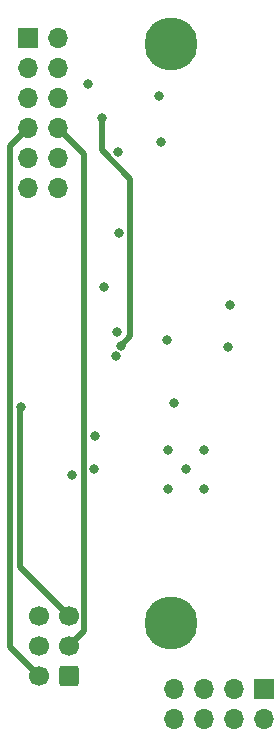
<source format=gbr>
%TF.GenerationSoftware,KiCad,Pcbnew,8.0.6*%
%TF.CreationDate,2025-02-12T14:43:40-05:00*%
%TF.ProjectId,PwrModule,5077724d-6f64-4756-9c65-2e6b69636164,rev?*%
%TF.SameCoordinates,Original*%
%TF.FileFunction,Copper,L2,Inr*%
%TF.FilePolarity,Positive*%
%FSLAX46Y46*%
G04 Gerber Fmt 4.6, Leading zero omitted, Abs format (unit mm)*
G04 Created by KiCad (PCBNEW 8.0.6) date 2025-02-12 14:43:40*
%MOMM*%
%LPD*%
G01*
G04 APERTURE LIST*
G04 Aperture macros list*
%AMRoundRect*
0 Rectangle with rounded corners*
0 $1 Rounding radius*
0 $2 $3 $4 $5 $6 $7 $8 $9 X,Y pos of 4 corners*
0 Add a 4 corners polygon primitive as box body*
4,1,4,$2,$3,$4,$5,$6,$7,$8,$9,$2,$3,0*
0 Add four circle primitives for the rounded corners*
1,1,$1+$1,$2,$3*
1,1,$1+$1,$4,$5*
1,1,$1+$1,$6,$7*
1,1,$1+$1,$8,$9*
0 Add four rect primitives between the rounded corners*
20,1,$1+$1,$2,$3,$4,$5,0*
20,1,$1+$1,$4,$5,$6,$7,0*
20,1,$1+$1,$6,$7,$8,$9,0*
20,1,$1+$1,$8,$9,$2,$3,0*%
G04 Aperture macros list end*
%TA.AperFunction,ComponentPad*%
%ADD10R,1.700000X1.700000*%
%TD*%
%TA.AperFunction,ComponentPad*%
%ADD11O,1.700000X1.700000*%
%TD*%
%TA.AperFunction,ComponentPad*%
%ADD12C,4.500000*%
%TD*%
%TA.AperFunction,ComponentPad*%
%ADD13RoundRect,0.250000X0.600000X0.600000X-0.600000X0.600000X-0.600000X-0.600000X0.600000X-0.600000X0*%
%TD*%
%TA.AperFunction,ComponentPad*%
%ADD14C,1.700000*%
%TD*%
%TA.AperFunction,ViaPad*%
%ADD15C,0.800000*%
%TD*%
%TA.AperFunction,Conductor*%
%ADD16C,0.500000*%
%TD*%
G04 APERTURE END LIST*
D10*
%TO.N,VCC*%
%TO.C,J14*%
X124000000Y-98100000D03*
D11*
X124000000Y-100640000D03*
X121460000Y-98100000D03*
X121460000Y-100640000D03*
%TO.N,GND*%
X118920000Y-98100000D03*
X118920000Y-100640000D03*
X116380000Y-98100000D03*
X116380000Y-100640000D03*
%TD*%
D10*
%TO.N,+5V*%
%TO.C,J11*%
X104050000Y-42975000D03*
D11*
X106590000Y-42975000D03*
X104050000Y-45515000D03*
%TO.N,UPDI*%
X106590000Y-45515000D03*
%TO.N,Net-(J11-Pin_5)*%
X104050000Y-48055000D03*
%TO.N,Net-(J11-Pin_6)*%
X106590000Y-48055000D03*
%TO.N,Red*%
X104050000Y-50595000D03*
%TO.N,Green*%
X106590000Y-50595000D03*
%TO.N,Net-(J11-Pin_9)*%
X104050000Y-53135000D03*
%TO.N,GND*%
X106590000Y-53135000D03*
X104050000Y-55675000D03*
X106590000Y-55675000D03*
%TD*%
D12*
%TO.N,N/C*%
%TO.C,H5*%
X116200000Y-92480000D03*
%TD*%
D13*
%TO.N,VCC_*%
%TO.C,J1*%
X107500000Y-97000000D03*
D14*
%TO.N,Red*%
X104960000Y-97000000D03*
%TO.N,Green*%
X107500000Y-94460000D03*
%TO.N,Blue*%
X104960000Y-94460000D03*
%TO.N,Signal*%
X107500000Y-91920000D03*
%TO.N,GND*%
X104960000Y-91920000D03*
%TD*%
D12*
%TO.N,N/C*%
%TO.C,H1*%
X116200000Y-43480000D03*
%TD*%
D15*
%TO.N,GND*%
X121000000Y-69100000D03*
X115290000Y-51740000D03*
X109170000Y-46870000D03*
X115180000Y-47860000D03*
X107750000Y-80000000D03*
%TO.N,Pwr_off*%
X110330000Y-49740000D03*
X111920000Y-69027171D03*
%TO.N,Pwr_mon*%
X111570000Y-67850000D03*
X111720000Y-59450000D03*
%TO.N,Signal*%
X109650000Y-79450000D03*
X103425000Y-74230001D03*
%TO.N,+5V*%
X115905000Y-81165000D03*
X115905000Y-77815000D03*
X117430000Y-79490000D03*
X118955000Y-81165000D03*
X118955000Y-77815000D03*
%TO.N,Net-(JP1-A)*%
X116400000Y-73850000D03*
X121170000Y-65590000D03*
X115810000Y-68540000D03*
%TO.N,UPDI*%
X111490000Y-69930000D03*
%TO.N,VCC_*%
X110490000Y-64080000D03*
X109740000Y-76650000D03*
%TO.N,Net-(J11-Pin_6)*%
X111680000Y-52630000D03*
%TD*%
D16*
%TO.N,Pwr_off*%
X110330000Y-52482082D02*
X110330000Y-49850000D01*
X112720000Y-54872082D02*
X110330000Y-52482082D01*
X112720000Y-68227171D02*
X112720000Y-54872082D01*
X111920000Y-69027171D02*
X112720000Y-68227171D01*
%TO.N,Red*%
X102500000Y-94540000D02*
X102500000Y-52145000D01*
X102500000Y-52145000D02*
X104050000Y-50595000D01*
X104960000Y-97000000D02*
X102500000Y-94540000D01*
%TO.N,Signal*%
X107500000Y-91920000D02*
X103360000Y-87780000D01*
X103360000Y-87780000D02*
X103360000Y-74295001D01*
X103360000Y-74295001D02*
X103425000Y-74230001D01*
%TO.N,Green*%
X108800000Y-52805000D02*
X106590000Y-50595000D01*
X107500000Y-94460000D02*
X108800000Y-93160000D01*
X108800000Y-93160000D02*
X108800000Y-52805000D01*
%TD*%
M02*

</source>
